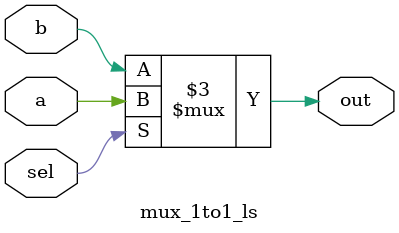
<source format=v>
module mux_1to1_ls (a,
                    b,
                    sel,
                    out
            
    );

//Parameter
parameter A=1, D=8;    // A : Adress width    D : Data width 



//wire&reg
input wire [A-1:0] a;
input wire [A-1:0] b;
input wire sel;
output reg [A-1:0] out;



//logic
always @ (sel)
   begin
      if(sel)
         out<=a;
      else             
         out<=b;
   end        
  
endmodule

</source>
